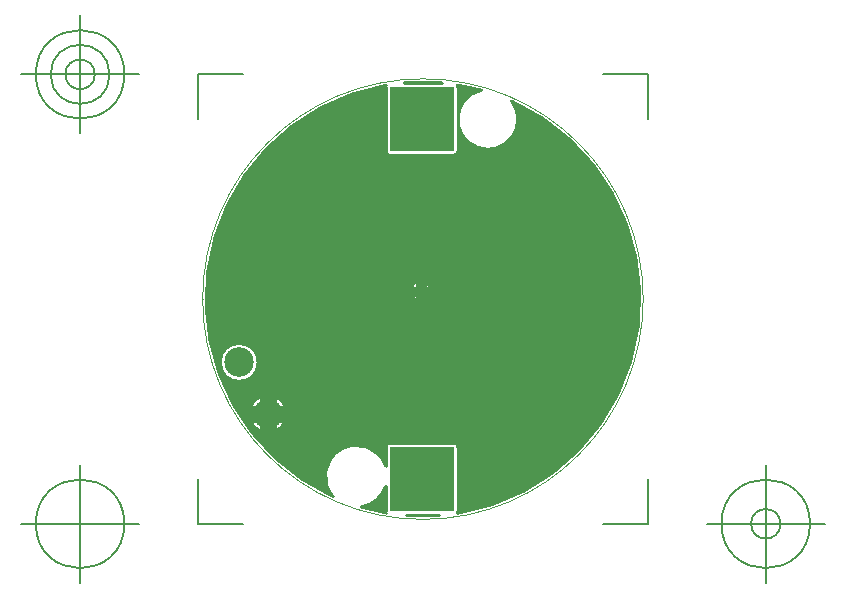
<source format=gbr>
G04 Generated by Ultiboard 13.0 *
%FSLAX34Y34*%
%MOMM*%

%ADD10C,0.0001*%
%ADD11C,0.2540*%
%ADD12C,0.1500*%
%ADD13C,0.0010*%
%ADD14R,5.4000X5.4000*%
%ADD15C,1.2000*%
%ADD16C,2.5000*%


G04 ColorRGB 0000FF for the following layer *
%LNCopper Bottom*%
%LPD*%
G54D10*
G36*
X485644Y760018D02*
G75*
D01*
G02X460269Y769180I-19944J-15516*
G01*
G74*
D01*
G03X439780Y773672I49516J176880*
G01*
G74*
D01*
G02X440373Y771700I2980J1971*
G01*
X440373Y771700D01*
X440373Y717700D01*
G75*
D01*
G02X436800Y714127I-3573J0*
G01*
X436800Y714127D01*
X382800Y714127D01*
G75*
D01*
G02X379227Y717700I0J3573*
G01*
X379227Y717700D01*
X379227Y771700D01*
G74*
D01*
G02X379617Y773323I3573J0*
G01*
G75*
D01*
G03X334439Y425222I31132J-181023*
G01*
G75*
D01*
G02X379227Y450887I19964J17074*
G01*
X379227Y450887D01*
X379227Y466700D01*
G75*
D01*
G02X382800Y470273I3573J0*
G01*
X382800Y470273D01*
X436800Y470273D01*
G74*
D01*
G02X440373Y466700I0J3573*
G01*
X440373Y466700D01*
X440373Y412700D01*
G75*
D01*
G02X439915Y410950I-3573J0*
G01*
G75*
D01*
G03X485644Y760018I-29164J181350*
G01*
D02*
G37*
%LPC*%
G36*
X264487Y500894D02*
G74*
D01*
G02X273806Y510213I15013J5694*
G01*
X273806Y510213D01*
X273806Y500894D01*
X264487Y500894D01*
D02*
G37*
G36*
X285194Y510213D02*
G74*
D01*
G02X294513Y500894I5694J15013*
G01*
X294513Y500894D01*
X285194Y500894D01*
X285194Y510213D01*
D02*
G37*
G36*
X294513Y489506D02*
G74*
D01*
G02X285194Y480187I15013J5694*
G01*
X285194Y480187D01*
X285194Y489506D01*
X294513Y489506D01*
D02*
G37*
G36*
X273806Y480187D02*
G74*
D01*
G02X264487Y489506I5694J15013*
G01*
X264487Y489506D01*
X273806Y489506D01*
X273806Y480187D01*
D02*
G37*
G36*
X275000Y495200D02*
G75*
D01*
G02X275000Y495200I4500J0*
G01*
D02*
G37*
G36*
X239144Y538700D02*
G75*
D01*
G02X239144Y538700I16056J0*
G01*
D02*
G37*
G36*
X400800Y602110D02*
G74*
D01*
G02X405890Y607200I8199J3109*
G01*
X405890Y607200D01*
X405890Y602110D01*
X400800Y602110D01*
D02*
G37*
G36*
X412110Y607200D02*
G74*
D01*
G02X417200Y602110I3109J8199*
G01*
X417200Y602110D01*
X412110Y602110D01*
X412110Y607200D01*
D02*
G37*
G36*
X417200Y595890D02*
G74*
D01*
G02X412110Y590800I8199J3109*
G01*
X412110Y590800D01*
X412110Y595890D01*
X417200Y595890D01*
D02*
G37*
G36*
X405890Y590800D02*
G74*
D01*
G02X400800Y595890I3109J8199*
G01*
X400800Y595890D01*
X405890Y595890D01*
X405890Y590800D01*
D02*
G37*
G36*
X407500Y599000D02*
G75*
D01*
G02X407500Y599000I1500J0*
G01*
D02*
G37*
%LPD*%
G36*
X379227Y433713D02*
X379227Y433713D01*
X379227Y412700D01*
G75*
D01*
G03X379515Y411295I3573J0*
G01*
G74*
D01*
G02X358179Y416303I31230J181006*
G01*
G74*
D01*
G03X379227Y433713I3779J25997*
G01*
D02*
G37*
G36*
X426854Y775273D02*
X426854Y775273D01*
X394646Y775273D01*
G75*
D01*
G02X426854Y775273I16104J-182973*
G01*
D02*
G37*
G36*
X424393Y409127D02*
X424393Y409127D01*
X397107Y409127D01*
G75*
D01*
G03X424393Y409127I13643J183173*
G01*
D02*
G37*
G54D11*
X264487Y500894D02*
G74*
D01*
G02X273806Y510213I15013J5694*
G01*
X273806Y500894D01*
X264487Y500894D01*
X285194Y510213D02*
G74*
D01*
G02X294513Y500894I5694J15013*
G01*
X285194Y500894D01*
X285194Y510213D01*
X294513Y489506D02*
G74*
D01*
G02X285194Y480187I15013J5694*
G01*
X285194Y489506D01*
X294513Y489506D01*
X273806Y480187D02*
G74*
D01*
G02X264487Y489506I5694J15013*
G01*
X273806Y489506D01*
X273806Y480187D01*
X275000Y495200D02*
G75*
D01*
G02X275000Y495200I4500J0*
G01*
X239144Y538700D02*
G75*
D01*
G02X239144Y538700I16056J0*
G01*
X400800Y602110D02*
G74*
D01*
G02X405890Y607200I8199J3109*
G01*
X405890Y602110D01*
X400800Y602110D01*
X412110Y607200D02*
G74*
D01*
G02X417200Y602110I3109J8199*
G01*
X412110Y602110D01*
X412110Y607200D01*
X417200Y595890D02*
G74*
D01*
G02X412110Y590800I8199J3109*
G01*
X412110Y595890D01*
X417200Y595890D01*
X405890Y590800D02*
G74*
D01*
G02X400800Y595890I3109J8199*
G01*
X405890Y595890D01*
X405890Y590800D01*
X407500Y599000D02*
G75*
D01*
G02X407500Y599000I1500J0*
G01*
X485644Y760018D02*
G75*
D01*
G02X460269Y769180I-19944J-15516*
G01*
G74*
D01*
G03X439780Y773672I49516J176880*
G01*
G74*
D01*
G02X440373Y771700I2980J1971*
G01*
X440373Y717700D01*
G75*
D01*
G02X436800Y714127I-3573J0*
G01*
X382800Y714127D01*
G75*
D01*
G02X379227Y717700I0J3573*
G01*
X379227Y771700D01*
G74*
D01*
G02X379617Y773323I3573J0*
G01*
G75*
D01*
G03X334439Y425222I31132J-181023*
G01*
G75*
D01*
G02X379227Y450887I19964J17074*
G01*
X379227Y466700D01*
G75*
D01*
G02X382800Y470273I3573J0*
G01*
X436800Y470273D01*
G74*
D01*
G02X440373Y466700I0J3573*
G01*
X440373Y412700D01*
G75*
D01*
G02X439915Y410950I-3573J0*
G01*
G75*
D01*
G03X485644Y760018I-29164J181350*
G01*
X426854Y775273D02*
X394646Y775273D01*
G75*
D01*
G02X426854Y775273I16104J-182973*
G01*
X379227Y433713D02*
X379227Y412700D01*
G75*
D01*
G03X379515Y411295I3573J0*
G01*
G74*
D01*
G02X358179Y416303I31230J181006*
G01*
G74*
D01*
G03X379227Y433713I3779J25997*
G01*
X424393Y409127D02*
X397107Y409127D01*
G75*
D01*
G03X424393Y409127I13643J183173*
G01*
G54D12*
X220485Y402035D02*
X220485Y440088D01*
X220485Y402035D02*
X258538Y402035D01*
X601015Y402035D02*
X562962Y402035D01*
X601015Y402035D02*
X601015Y440088D01*
X601015Y782565D02*
X601015Y744512D01*
X601015Y782565D02*
X562962Y782565D01*
X220485Y782565D02*
X258538Y782565D01*
X220485Y782565D02*
X220485Y744512D01*
X170485Y402035D02*
X70485Y402035D01*
X120485Y352035D02*
X120485Y452035D01*
X82985Y402035D02*
G75*
D01*
G02X82985Y402035I37500J0*
G01*
X651015Y402035D02*
X751015Y402035D01*
X701015Y352035D02*
X701015Y452035D01*
X663515Y402035D02*
G75*
D01*
G02X663515Y402035I37500J0*
G01*
X688515Y402035D02*
G75*
D01*
G02X688515Y402035I12500J0*
G01*
X170485Y782565D02*
X70485Y782565D01*
X120485Y732565D02*
X120485Y832565D01*
X82985Y782565D02*
G75*
D01*
G02X82985Y782565I37500J0*
G01*
X95485Y782565D02*
G75*
D01*
G02X95485Y782565I25000J0*
G01*
X107985Y782565D02*
G75*
D01*
G02X107985Y782565I12500J0*
G01*
X220485Y402035D02*
X220485Y440088D01*
X220485Y402035D02*
X258538Y402035D01*
X601015Y402035D02*
X562962Y402035D01*
X601015Y402035D02*
X601015Y440088D01*
X601015Y782565D02*
X601015Y744512D01*
X601015Y782565D02*
X562962Y782565D01*
X220485Y782565D02*
X258538Y782565D01*
X220485Y782565D02*
X220485Y744512D01*
X170485Y402035D02*
X70485Y402035D01*
X120485Y352035D02*
X120485Y452035D01*
X82985Y402035D02*
G75*
D01*
G02X82985Y402035I37500J0*
G01*
X651015Y402035D02*
X751015Y402035D01*
X701015Y352035D02*
X701015Y452035D01*
X663515Y402035D02*
G75*
D01*
G02X663515Y402035I37500J0*
G01*
X688515Y402035D02*
G75*
D01*
G02X688515Y402035I12500J0*
G01*
X170485Y782565D02*
X70485Y782565D01*
X120485Y732565D02*
X120485Y832565D01*
X82985Y782565D02*
G75*
D01*
G02X82985Y782565I37500J0*
G01*
X95485Y782565D02*
G75*
D01*
G02X95485Y782565I25000J0*
G01*
X107985Y782565D02*
G75*
D01*
G02X107985Y782565I12500J0*
G01*
G54D13*
X224255Y592300D02*
G75*
D01*
G02X224255Y592300I186495J0*
G01*
G54D14*
X409800Y744700D03*
X409800Y439700D03*
G54D15*
X409000Y599000D03*
G54D16*
X279500Y495200D03*
X255200Y538700D03*

M02*

</source>
